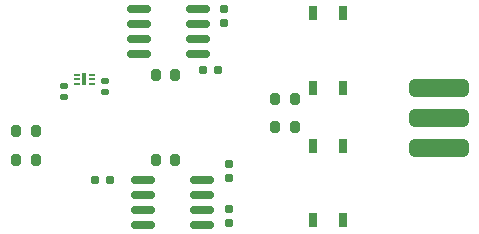
<source format=gbp>
%TF.GenerationSoftware,KiCad,Pcbnew,7.0.6*%
%TF.CreationDate,2024-02-06T23:15:24+01:00*%
%TF.ProjectId,USB2CANv2,55534232-4341-44e7-9632-2e6b69636164,0_2*%
%TF.SameCoordinates,Original*%
%TF.FileFunction,Paste,Bot*%
%TF.FilePolarity,Positive*%
%FSLAX46Y46*%
G04 Gerber Fmt 4.6, Leading zero omitted, Abs format (unit mm)*
G04 Created by KiCad (PCBNEW 7.0.6) date 2024-02-06 23:15:24*
%MOMM*%
%LPD*%
G01*
G04 APERTURE LIST*
G04 Aperture macros list*
%AMRoundRect*
0 Rectangle with rounded corners*
0 $1 Rounding radius*
0 $2 $3 $4 $5 $6 $7 $8 $9 X,Y pos of 4 corners*
0 Add a 4 corners polygon primitive as box body*
4,1,4,$2,$3,$4,$5,$6,$7,$8,$9,$2,$3,0*
0 Add four circle primitives for the rounded corners*
1,1,$1+$1,$2,$3*
1,1,$1+$1,$4,$5*
1,1,$1+$1,$6,$7*
1,1,$1+$1,$8,$9*
0 Add four rect primitives between the rounded corners*
20,1,$1+$1,$2,$3,$4,$5,0*
20,1,$1+$1,$4,$5,$6,$7,0*
20,1,$1+$1,$6,$7,$8,$9,0*
20,1,$1+$1,$8,$9,$2,$3,0*%
G04 Aperture macros list end*
%ADD10R,0.800000X1.200000*%
%ADD11RoundRect,0.381000X2.119000X0.381000X-2.119000X0.381000X-2.119000X-0.381000X2.119000X-0.381000X0*%
%ADD12RoundRect,0.200000X-0.200000X-0.275000X0.200000X-0.275000X0.200000X0.275000X-0.200000X0.275000X0*%
%ADD13RoundRect,0.150000X0.825000X0.150000X-0.825000X0.150000X-0.825000X-0.150000X0.825000X-0.150000X0*%
%ADD14RoundRect,0.160000X-0.160000X0.197500X-0.160000X-0.197500X0.160000X-0.197500X0.160000X0.197500X0*%
%ADD15RoundRect,0.160000X-0.197500X-0.160000X0.197500X-0.160000X0.197500X0.160000X-0.197500X0.160000X0*%
%ADD16RoundRect,0.140000X-0.170000X0.140000X-0.170000X-0.140000X0.170000X-0.140000X0.170000X0.140000X0*%
%ADD17R,0.600000X0.200000*%
%ADD18R,0.350000X0.990000*%
G04 APERTURE END LIST*
D10*
%TO.C,U6*%
X153670000Y-100101000D03*
X156210000Y-100101000D03*
X156210000Y-106401000D03*
X153670000Y-106401000D03*
%TD*%
D11*
%TO.C,J2*%
X164338000Y-100330000D03*
X164338000Y-97790000D03*
X164338000Y-95250000D03*
%TD*%
D12*
%TO.C,R8*%
X150496000Y-96139000D03*
X152146000Y-96139000D03*
%TD*%
D13*
%TO.C,U3*%
X144272000Y-102997000D03*
X144272000Y-104267000D03*
X144272000Y-105537000D03*
X144272000Y-106807000D03*
X139322000Y-106807000D03*
X139322000Y-105537000D03*
X139322000Y-104267000D03*
X139322000Y-102997000D03*
%TD*%
D14*
%TO.C,R17*%
X146177000Y-88556500D03*
X146177000Y-89751500D03*
%TD*%
D10*
%TO.C,U4*%
X156210000Y-88900000D03*
X153670000Y-88900000D03*
X153670000Y-95200000D03*
X156210000Y-95200000D03*
%TD*%
D15*
%TO.C,R1*%
X135292500Y-102971600D03*
X136487500Y-102971600D03*
%TD*%
D12*
%TO.C,R2*%
X128575800Y-98831400D03*
X130225800Y-98831400D03*
%TD*%
D15*
%TO.C,R18*%
X144436500Y-93726000D03*
X145631500Y-93726000D03*
%TD*%
D12*
%TO.C,R9*%
X150495000Y-98552000D03*
X152145000Y-98552000D03*
%TD*%
D13*
%TO.C,U5*%
X143953000Y-88519000D03*
X143953000Y-89789000D03*
X143953000Y-91059000D03*
X143953000Y-92329000D03*
X139003000Y-92329000D03*
X139003000Y-91059000D03*
X139003000Y-89789000D03*
X139003000Y-88519000D03*
%TD*%
D16*
%TO.C,C14*%
X136114000Y-94624000D03*
X136114000Y-95584000D03*
%TD*%
D14*
%TO.C,R15*%
X146558000Y-101637500D03*
X146558000Y-102832500D03*
%TD*%
D12*
%TO.C,R7*%
X140390000Y-94130000D03*
X142040000Y-94130000D03*
%TD*%
D17*
%TO.C,IC1*%
X135001000Y-94088000D03*
X135001000Y-94488000D03*
X135001000Y-94888000D03*
X133701000Y-94888000D03*
X133701000Y-94488000D03*
X133701000Y-94088000D03*
D18*
X134351000Y-94488000D03*
%TD*%
D12*
%TO.C,R10*%
X140399000Y-101346000D03*
X142049000Y-101346000D03*
%TD*%
D16*
%TO.C,C13*%
X132588000Y-95024000D03*
X132588000Y-95984000D03*
%TD*%
D12*
%TO.C,R4*%
X128575800Y-101320600D03*
X130225800Y-101320600D03*
%TD*%
D14*
%TO.C,R16*%
X146558000Y-105447500D03*
X146558000Y-106642500D03*
%TD*%
M02*

</source>
